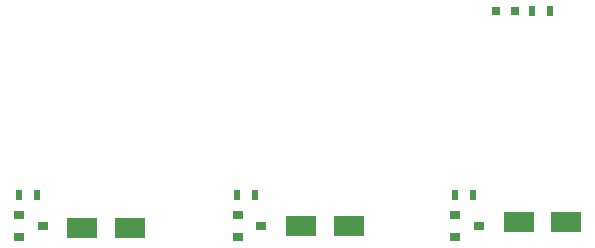
<source format=gtp>
G04 #@! TF.FileFunction,Paste,Top*
%FSLAX46Y46*%
G04 Gerber Fmt 4.6, Leading zero omitted, Abs format (unit mm)*
G04 Created by KiCad (PCBNEW 4.0.6) date 04/22/17 16:30:30*
%MOMM*%
%LPD*%
G01*
G04 APERTURE LIST*
%ADD10C,0.100000*%
%ADD11R,0.800000X0.800000*%
%ADD12R,2.500000X1.800000*%
%ADD13R,0.900000X0.800000*%
%ADD14R,0.500000X0.900000*%
G04 APERTURE END LIST*
D10*
D11*
X171043500Y-68580000D03*
X169443500Y-68580000D03*
D12*
X138398000Y-86931500D03*
X134398000Y-86931500D03*
X156940000Y-86804500D03*
X152940000Y-86804500D03*
X175323000Y-86423500D03*
X171323000Y-86423500D03*
D13*
X129064000Y-85854500D03*
X129064000Y-87754500D03*
X131064000Y-86804500D03*
X147526500Y-85854500D03*
X147526500Y-87754500D03*
X149526500Y-86804500D03*
X165941500Y-85854500D03*
X165941500Y-87754500D03*
X167941500Y-86804500D03*
D14*
X173978000Y-68580000D03*
X172478000Y-68580000D03*
X129032000Y-84201000D03*
X130532000Y-84201000D03*
X147522500Y-84201000D03*
X149022500Y-84201000D03*
X165937500Y-84201000D03*
X167437500Y-84201000D03*
M02*

</source>
